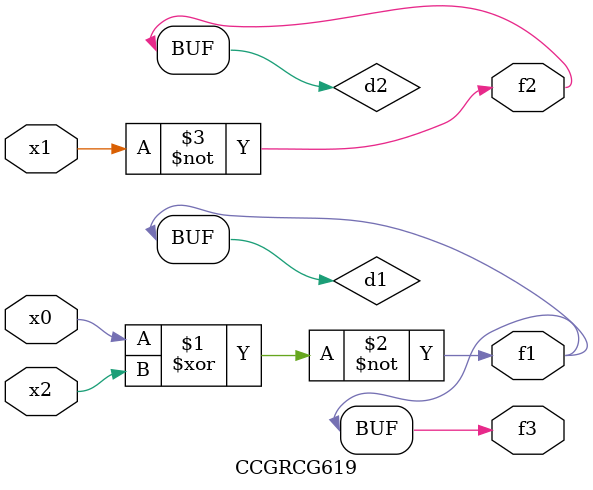
<source format=v>
module CCGRCG619(
	input x0, x1, x2,
	output f1, f2, f3
);

	wire d1, d2, d3;

	xnor (d1, x0, x2);
	nand (d2, x1);
	nor (d3, x1, x2);
	assign f1 = d1;
	assign f2 = d2;
	assign f3 = d1;
endmodule

</source>
